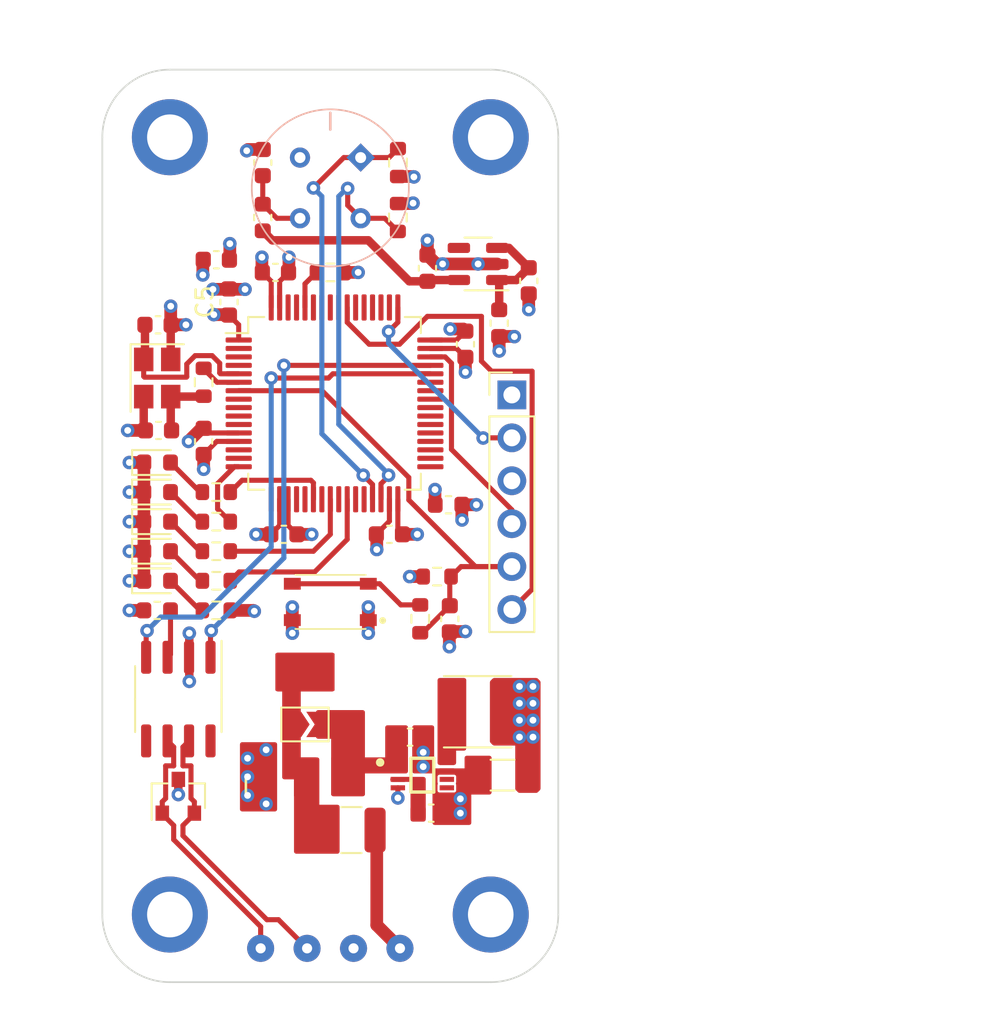
<source format=kicad_pcb>
(kicad_pcb (version 20211014) (generator pcbnew)
  (layers (0 "F.Cu" signal) (1 "In1.Cu" power "GND") (2 "In2.Cu" power "PWR") (31 "B.Cu" signal) (34 "B.Paste" user) (35 "F.Paste" user) (36 "B.SilkS" user "B.Silkscreen") (37 "F.SilkS" user "F.Silkscreen") (38 "B.Mask" user) (39 "F.Mask" user) (44 "Edge.Cuts" user))
  (net 0 "")
  (net 1 "/+3V3_uC")
  (net 2 "GND")
  (net 3 "/OSC IN")
  (net 4 "Net-(C10-Pad1)")
  (net 5 "/NRST")
  (net 6 "/Power Supply 3.3v 2.6v/+24V safe")
  (net 7 "Net-(C13-Pad1)")
  (net 8 "Net-(C14-Pad1)")
  (net 9 "+2V6")
  (net 10 "+3V3")
  (net 11 "Net-(C17-Pad1)")
  (net 12 "Net-(D2-Pad2)")
  (net 13 "Net-(D3-Pad2)")
  (net 14 "Net-(D4-Pad2)")
  (net 15 "Net-(D5-Pad2)")
  (net 16 "Net-(D6-Pad2)")
  (net 17 "+24V")
  (net 18 "Net-(F1-Pad2)")
  (net 19 "Net-(FB4-Pad2)")
  (net 22 "/CAN -")
  (net 23 "/SCL")
  (net 24 "/SDA")
  (net 25 "/SWCLK")
  (net 26 "/SWDIO")
  (net 27 "/SWO")
  (net 28 "/CAN +")
  (net 29 "Net-(IC1-Pad8)")
  (net 30 "Net-(R1-Pad1)")
  (net 31 "/OSC OUT")
  (net 32 "Net-(R3-Pad1)")
  (net 33 "/LED ERR")
  (net 34 "/LED WAR1")
  (net 35 "/LED WAR2")
  (net 36 "/LED OK")
  (net 64 "/CAN RX")
  (net 65 "/CAN TX")
  (footprint "Resistor_SMD:R_0603_1608Metric" (layer "F.Cu") (at 106 90.25 180)
    (fp_text reference "R8")
    (fp_text value "1k5")
  )
  (footprint "MountingHole:MountingHole_2.7mm_M2.5_ISO14580_Pad" (layer "F.Cu") (at 103.25 67.5)
    (fp_text reference "H4")
    (fp_text value "Mounting_Pad")
  )
  (footprint "MountingHole:MountingHole_2.7mm_M2.5_ISO14580_Pad" (layer "F.Cu") (at 103.25 113.5)
    (fp_text reference "H2")
    (fp_text value "Mounting_Pad")
  )
  (footprint "Diode_SMD:D_0603_1608Metric" (layer "F.Cu") (at 102.5 86.75)
    (fp_text reference "D2")
    (fp_text value "RED")
  )
  (footprint "Mosfet:SOT-223-4-NFET" (layer "F.Cu") (at 111.25 102.25)
    (fp_text reference "Q1")
    (fp_text value "FQT3P20TF" hide)
  )
  (footprint "Diode_SMD:D_0603_1608Metric" (layer "F.Cu") (at 102.5 88.5)
    (fp_text reference "D4")
    (fp_text value "YELLOW")
  )
  (footprint "Capacitor_SMD:C_0603_1608Metric" (layer "F.Cu") (at 120.75 79.75 -90)
    (fp_text reference "C4")
    (fp_text value "100n")
  )
  (footprint "Resistor_SMD:R_0603_1608Metric" (layer "F.Cu") (at 106 93.75 180)
    (fp_text reference "R9")
    (fp_text value "1k5")
  )
  (footprint "Package_TO_SOT_SMD:SOT-23-5" (layer "F.Cu") (at 121.5 75 180)
    (fp_text reference "U2")
    (fp_text value "MIC5306-2.6YD5-TR")
  )
  (footprint "Inductor_SMD:L_0603_1608Metric" (layer "F.Cu") (at 108.75 72.25 90)
    (fp_text reference "FB3")
    (fp_text value "60R@100MHz")
  )
  (footprint "Resistor_SMD:R_0603_1608Metric" (layer "F.Cu") (at 106 88.5 180)
    (fp_text reference "R4")
    (fp_text value "1k5")
  )
  (footprint "Inductor_SMD:L_0603_1608Metric" (layer "F.Cu") (at 102.5 95.5)
    (fp_text reference "FB4")
    (fp_text value "60R@100MHz")
  )
  (footprint "BuckSyncLib:SON50P300X200X80-8N" (layer "F.Cu") (at 118.2 105.25)
    (fp_text reference "IC1")
    (fp_text value "MAX15462AATA+" hide)
  )
  (footprint "Jumper:SolderJumper-2_P1.3mm_Open_TrianglePad1.0x1.5mm" (layer "F.Cu") (at 111.25 102.25)
    (fp_text reference "JP1")
    (fp_text value "SolderJumper_2_Open")
  )
  (footprint "Capacitor_SMD:C_0603_1608Metric" (layer "F.Cu") (at 109.5 75.5)
    (fp_text reference "C2")
    (fp_text value "100n")
  )
  (footprint "Capacitor_SMD:C_1206_3216Metric" (layer "F.Cu") (at 122.95 105.25 180)
    (fp_text reference "C16")
    (fp_text value "10u")
  )
  (footprint "Diode_SMD:D_0603_1608Metric" (layer "F.Cu") (at 102.5 90.25)
    (fp_text reference "D3")
    (fp_text value "YELLOW")
  )
  (footprint "Package_SO:SOIC-8_3.9x4.9mm_P1.27mm" (layer "F.Cu") (at 103.75 100.75 -90)
    (fp_text reference "U3")
    (fp_text value "SN65HVD232")
  )
  (footprint "Capacitor_SMD:C_0603_1608Metric" (layer "F.Cu") (at 106 74.75)
    (fp_text reference "C1")
    (fp_text value "4u7")
  )
  (footprint "Connector_PinHeader_2.54mm:PinHeader_1x06_P2.54mm_Vertical" (layer "F.Cu") (at 123.5 82.75)
    (fp_text reference "J1")
    (fp_text value "SWD_01x06")
  )
  (footprint "Capacitor_SMD:C_0603_1608Metric" (layer "F.Cu") (at 108.75 69 90)
    (fp_text reference "C17")
    (fp_text value "100n")
  )
  (footprint "Capacitor_SMD:C_0603_1608Metric" (layer "F.Cu") (at 117.475 103)
    (fp_text reference "C12")
    (fp_text value "1u")
  )
  (footprint "Crystal:Crystal_SMD_SeikoEpson_TSX3225-4Pin_3.2x2.5mm" (layer "F.Cu") (at 102.5 81.75 -90)
    (fp_text reference "Y1")
    (fp_text value "16MGHz")
  )
  (footprint "Inductor_SMD:L_0603_1608Metric" (layer "F.Cu") (at 122.75 78.5 90)
    (fp_text reference "FB2")
    (fp_text value "60R@100MHz")
  )
  (footprint "Diode_SMD:D_0603_1608Metric" (layer "F.Cu") (at 102.5 92)
    (fp_text reference "D5")
    (fp_text value "GREEN")
  )
  (footprint "Capacitor_SMD:C_0603_1608Metric" (layer "F.Cu") (at 118.725 107.5)
    (fp_text reference "C13")
    (fp_text value "1u")
  )
  (footprint "Capacitor_SMD:C_0603_1608Metric" (layer "F.Cu") (at 124.5 76 -90)
    (fp_text reference "C14")
    (fp_text value "100n")
  )
  (footprint "Connector_Wire:SolderWire-0.1sqmm_1x04_P3.6mm_D0.4mm_OD1mm_Relief" (layer "F.Cu") (at 116.875 115.5 180)
    (fp_text reference "J2")
    (fp_text value "CAN_01x04")
  )
  (footprint "Capacitor_SMD:C_0603_1608Metric" (layer "F.Cu") (at 102.575 84.85 180)
    (fp_text reference "C10")
    (fp_text value "8p")
  )
  (footprint "Inductor_SMD:L_Vishay_IFSC-1515AH_4x4x1.8mm" (layer "F.Cu") (at 121.475 101.5)
    (fp_text reference "L1")
    (fp_text value "33μH")
  )
  (footprint "Fuse:Fuse_1210_3225Metric" (layer "F.Cu") (at 114 108.5 180)
    (fp_text reference "F1")
    (fp_text value "200mA")
  )
  (footprint "Resistor_SMD:R_0603_1608Metric" (layer "F.Cu") (at 112.75 75.5)
    (fp_text reference "R1")
    (fp_text value "100k")
  )
  (footprint "Capacitor_SMD:C_0603_1608Metric" (layer "F.Cu") (at 116.25 91 180)
    (fp_text reference "C7")
    (fp_text value "100n")
  )
  (footprint "Button:PTS815SJK250SMTRLFS" (layer "F.Cu") (at 112.75 95 180)
    (fp_text reference "SW1")
    (fp_text value "RESET" hide)
  )
  (footprint "Resistor_SMD:R_0603_1608Metric" (layer "F.Cu") (at 106 95.5 180)
    (fp_text reference "R10")
    (fp_text value "1k5")
  )
  (footprint "Resistor_SMD:R_0603_1608Metric" (layer "F.Cu") (at 105.25 82 -90)
    (fp_text reference "R2")
    (fp_text value "47")
  )
  (footprint "MountingHole:MountingHole_2.7mm_M2.5_ISO14580_Pad" (layer "F.Cu") (at 122.25 67.5)
    (fp_text reference "H3")
    (fp_text value "Mounting_Pad")
  )
  (footprint "Capacitor_SMD:C_0603_1608Metric" (layer "F.Cu") (at 105.25 85.5 90)
    (fp_text reference "C3")
    (fp_text value "100n")
  )
  (footprint "Resistor_SMD:R_0603_1608Metric" (layer "F.Cu") (at 119.075 93.5 180)
    (fp_text reference "R11")
    (fp_text value "10k")
  )
  (footprint "Package_TO_SOT_SMD:SOT-23" (layer "F.Cu") (at 103.75 106.5 90)
    (fp_text reference "D1")
    (fp_text value "PESD2CAN,215")
  )
  (footprint "Diode_SMD:D_0603_1608Metric" (layer "F.Cu") (at 102.5 93.75)
    (fp_text reference "D6")
    (fp_text value "RED")
  )
  (footprint "Package_QFP:LQFP-64_10x10mm_P0.5mm" (layer "F.Cu") (at 113 83.25)
    (fp_text reference "U1")
    (fp_text value "STM32L4P5RET6")
  )
  (footprint "Capacitor_SMD:C_0603_1608Metric" (layer "F.Cu") (at 118.5 75.25 90)
    (fp_text reference "C15")
    (fp_text value "100n")
  )
  (footprint "Resistor_SMD:R_0603_1608Metric" (layer "F.Cu") (at 116.756052 69 90)
    (fp_text reference "R6")
    (fp_text value "4k7")
  )
  (footprint "Resistor_SMD:R_0603_1608Metric" (layer "F.Cu") (at 106 92 180)
    (fp_text reference "R7")
    (fp_text value "1k5")
  )
  (footprint "Capacitor_SMD:C_0603_1608Metric" (layer "F.Cu") (at 106.75 77.25 90)
    (fp_text reference "C5")
    (fp_text value "100n")
  )
  (footprint "MountingHole:MountingHole_2.7mm_M2.5_ISO14580_Pad" (layer "F.Cu") (at 122.25 113.5)
    (fp_text reference "H1")
    (fp_text value "Mounting_Pad")
  )
  (footprint "Capacitor_SMD:C_0603_1608Metric" (layer "F.Cu") (at 119.825 96 -90)
    (fp_text reference "C11")
    (fp_text value "100n")
  )
  (footprint "Capacitor_SMD:C_0603_1608Metric" (layer "F.Cu") (at 102.55 78.6)
    (fp_text reference "C9")
    (fp_text value "8p")
  )
  (footprint "Resistor_SMD:R_0603_1608Metric" (layer "F.Cu") (at 118.075 96 -90)
    (fp_text reference "R3")
    (fp_text value "1k")
  )
  (footprint "Resistor_SMD:R_0603_1608Metric" (layer "F.Cu") (at 116.75 72.25 -90)
    (fp_text reference "R5")
    (fp_text value "4k7")
  )
  (footprint "Capacitor_SMD:C_0603_1608Metric" (layer "F.Cu") (at 110 91 180)
    (fp_text reference "C6")
    (fp_text value "100n")
  )
  (footprint "Inductor_SMD:L_0603_1608Metric" (layer "F.Cu") (at 119.75 89.25 180)
    (fp_text reference "FB1")
    (fp_text value "60R@100MHz")
  )
  (footprint "IRSensor:MLX90621ESFBAB000SP" (layer "B.Cu") (at 114.546052 68.70395 45)
    (fp_text reference "IC2")
    (fp_text value "MLX90621ESF-BAB-000-SP" hide)
  )
  (gr_line (start 112.75 66.05) (end 112.75 67.05) (layer "B.SilkS") (width 0.15))
  (gr_line (start 103.25 117.5) (end 122.25 117.5) (layer "Edge.Cuts") (width 0.1))
  (gr_arc (start 103.25 117.5) (mid 100.421573 116.328427) (end 99.25 113.5) (layer "Edge.Cuts") (width 0.1))
  (gr_arc (start 99.25 67.5) (mid 100.421573 64.671573) (end 103.25 63.5) (layer "Edge.Cuts") (width 0.1))
  (gr_line (start 99.25 67.5) (end 99.25 113.5) (layer "Edge.Cuts") (width 0.1))
  (gr_line (start 126.25 67.5) (end 126.25 113.5) (layer "Edge.Cuts") (width 0.1))
  (gr_arc (start 122.25 63.5) (mid 125.078427 64.671573) (end 126.25 67.5) (layer "Edge.Cuts") (width 0.1))
  (gr_line (start 103.25 63.5) (end 122.25 63.5) (layer "Edge.Cuts") (width 0.1))
  (gr_arc (start 126.25 113.5) (mid 125.078427 116.328427) (end 122.25 117.5) (layer "Edge.Cuts") (width 0.1))
  (segment (start 105.2 74.775) (end 105.225 74.75) (width 0.75) (layer "F.Cu") (net 1))
  (segment (start 116.75 88.925) (end 116.75 90.725) (width 0.3) (layer "F.Cu") (net 1))
  (segment (start 117.9 91) (end 117.025 91) (width 0.75) (layer "F.Cu") (net 1))
  (segment (start 116.75 90.725) (end 117.025 91) (width 0.3) (layer "F.Cu") (net 1))
  (segment (start 105.2 75.65) (end 105.2 74.775) (width 0.75) (layer "F.Cu") (net 1))
  (segment (start 105.25 86.275) (end 106.025 85.5) (width 0.3) (layer "F.Cu") (net 1))
  (segment (start 106.725 78) (end 106.75 78.025) (width 0.75) (layer "F.Cu") (net 1))
  (segment (start 105.85 78) (end 106.725 78) (width 0.75) (layer "F.Cu") (net 1))
  (segment (start 120.225 79.5) (end 120.75 78.975) (width 0.3) (layer "F.Cu") (net 1))
  (segment (start 109.25 77.575) (end 109.25 76.025) (width 0.3) (layer "F.Cu") (net 1))
  (segment (start 118.95 89.2375) (end 118.9625 89.25) (width 0.75) (layer "F.Cu") (net 1))
  (segment (start 118.675 79.5) (end 120.225 79.5) (width 0.3) (layer "F.Cu") (net 1))
  (segment (start 110.25 90.475) (end 110.25 88.925) (width 0.3) (layer "F.Cu") (net 1))
  (segment (start 110.775 91) (end 110.25 90.475) (width 0.3) (layer "F.Cu") (net 1))
  (segment (start 105.25 87.15) (end 105.25 86.275) (width 0.75) (layer "F.Cu") (net 1))
  (segment (start 107.325 79.5) (end 107.325 78.6) (width 0.3) (layer "F.Cu") (net 1))
  (segment (start 107.325 78.6) (end 106.75 78.025) (width 0.3) (layer "F.Cu") (net 1))
  (segment (start 108.7 75.475) (end 108.725 75.5) (width 0.75) (layer "F.Cu") (net 1))
  (segment (start 118.95 88.35) (end 118.95 89.2375) (width 0.75) (layer "F.Cu") (net 1))
  (segment (start 111.65 91) (end 110.775 91) (width 0.75) (layer "F.Cu") (net 1))
  (segment (start 106.025 85.5) (end 107.325 85.5) (width 0.3) (layer "F.Cu") (net 1))
  (segment (start 119.85 78.85) (end 120.625 78.85) (width 0.75) (layer "F.Cu") (net 1))
  (segment (start 120.625 78.85) (end 120.75 78.975) (width 0.75) (layer "F.Cu") (net 1))
  (segment (start 109.25 76.025) (end 108.725 75.5) (width 0.3) (layer "F.Cu") (net 1))
  (segment (start 108.7 74.6) (end 108.7 75.475) (width 0.75) (layer "F.Cu") (net 1))
  (via (at 118.95 88.35) (size 0.8) (drill 0.4) (layers "F.Cu" "B.Cu") (net 1))
  (via (at 105.85 78) (size 0.8) (drill 0.4) (layers "F.Cu" "B.Cu") (net 1))
  (via (at 119.85 78.85) (size 0.8) (drill 0.4) (layers "F.Cu" "B.Cu") (net 1))
  (via (at 111.65 91) (size 0.8) (drill 0.4) (layers "F.Cu" "B.Cu") (net 1))
  (via (at 108.7 74.6) (size 0.8) (drill 0.4) (layers "F.Cu" "B.Cu") (net 1))
  (via (at 105.2 75.65) (size 0.8) (drill 0.4) (layers "F.Cu" "B.Cu") (net 1))
  (via (at 117.9 91) (size 0.8) (drill 0.4) (layers "F.Cu" "B.Cu") (net 1))
  (via (at 105.25 87.15) (size 0.8) (drill 0.4) (layers "F.Cu" "B.Cu") (net 1))
  (segment (start 101.7 84.75) (end 101.8 84.85) (width 0.5) (layer "F.Cu") (net 2))
  (segment (start 107.7 76.5) (end 106.775 76.5) (width 0.75) (layer "F.Cu") (net 2))
  (segment (start 106.725 76.5) (end 106.75 76.475) (width 0.75) (layer "F.Cu") (net 2))
  (segment (start 110.3 74.6) (end 110.3 75.475) (width 0.75) (layer "F.Cu") (net 2))
  (segment (start 100.75 84.85) (end 101.8 84.85) (width 0.75) (layer "F.Cu") (net 2))
  (segment (start 101.7125 90.25) (end 100.85 90.25) (width 0.75) (layer "F.Cu") (net 2))
  (segment (start 103.3 78.625) (end 103.325 78.6) (width 0.5) (layer "F.Cu") (net 2))
  (segment (start 119.8 96.8) (end 119.825 96.775) (width 0.75) (layer "F.Cu") (net 2))
  (segment (start 118.5 73.6) (end 118.5 74.475) (width 0.75) (layer "F.Cu") (net 2))
  (segment (start 107.875 68.225) (end 107.8 68.3) (width 0.75) (layer "F.Cu") (net 2))
  (segment (start 106.8 73.8) (end 106.8 74.725) (width 0.75) (layer "F.Cu") (net 2))
  (segment (start 108.75 68.225) (end 107.875 68.225) (width 0.75) (layer "F.Cu") (net 2))
  (segment (start 101.7125 93.75) (end 100.85 93.75) (width 0.75) (layer "F.Cu") (net 2))
  (segment (start 120.75 96.75) (end 119.85 96.75) (width 0.75) (layer "F.Cu") (net 2))
  (segment (start 104.4 99.7) (end 104.4 98.29) (width 0.5) (layer "F.Cu") (net 2))
  (segment (start 118.675 80) (end 120.225 80) (width 0.3) (layer "F.Cu") (net 2))
  (segment (start 116.25 90.225) (end 116.25 88.925) (width 0.3) (layer "F.Cu") (net 2))
  (segment (start 101.7125 92) (end 100.85 92) (width 0.75) (layer "F.Cu") (net 2))
  (segment (start 104.35 85.5) (end 105.125 84.725) (width 0.75) (layer "F.Cu") (net 2))
  (segment (start 105.8 76.5) (end 106.725 76.5) (width 0.75) (layer "F.Cu") (net 2))
  (segment (start 104.4 98.29) (end 104.385 98.275) (width 0.5) (layer "F.Cu") (net 2))
  (segment (start 105.25 84.725) (end 105.525 85) (width 0.3) (layer "F.Cu") (net 2))
  (segment (start 103.3 78.575) (end 103.325 78.6) (width 0.75) (layer "F.Cu") (net 2))
  (segment (start 105.125 84.725) (end 105.25 84.725) (width 0.75) (layer "F.Cu") (net 2))
  (segment (start 109.225 91) (end 109.75 90.475) (width 0.3) (layer "F.Cu") (net 2))
  (segment (start 124.5 77.7) (end 124.5 76.775) (width 0.75) (layer "F.Cu") (net 2))
  (segment (start 120.75 81.4) (end 120.75 80.525) (width 0.75) (layer "F.Cu") (net 2))
  (segment (start 114.4 75.5) (end 113.575 75.5) (width 0.75) (layer "F.Cu") (net 2))
  (segment (start 101.7125 86.75) (end 101.7125 93.75) (width 0.75) (layer "F.Cu") (net 2))
  (segment (start 110.3 75.475) (end 110.275 75.5) (width 0.75) (layer "F.Cu") (net 2))
  (segment (start 110.5 95.3) (end 110.5 96.075) (width 0.75) (layer "F.Cu") (net 2))
  (segment (start 101.7125 88.5) (end 100.85 88.5) (width 0.75) (layer "F.Cu") (net 2))
  (segment (start 104.2 78.6) (end 103.325 78.6) (width 0.75) (layer "F.Cu") (net 2))
  (segment (start 101.7 82.85) (end 101.7 84.75) (width 0.5) (layer "F.Cu") (net 2))
  (segment (start 115 95.3) (end 115 96.075) (width 0.75) (layer "F.Cu") (net 2))
  (segment (start 108.35 91) (end 109.225 91) (width 0.75) (layer "F.Cu") (net 2))
  (segment (start 103.3 77.5) (end 103.3 78.575) (width 0.75) (layer "F.Cu") (net 2))
  (segment (start 104.4 98.26) (end 104.385 98.275) (width 0.5) (layer "F.Cu") (net 2))
  (segment (start 103.3 80.65) (end 103.3 78.625) (width 0.5) (layer "F.Cu") (net 2))
  (segment (start 103.75 105.5) (end 103.75 106.4) (width 0.5) (layer "F.Cu") (net 2))
  (segment (start 121.5 75) (end 122.6375 75) (width 0.75) (layer "F.Cu") (net 2))
  (segment (start 115 96.85) (end 115 96.075) (width 0.75) (layer "F.Cu") (net 2))
  (segment (start 115.475 91) (end 116.25 90.225) (width 0.3) (layer "F.Cu") (net 2))
  (segment (start 115.5 91.025) (end 115.475 91) (width 0.75) (layer "F.Cu") (net 2))
  (segment (start 106.8 74.725) (end 106.775 74.75) (width 0.75) (layer "F.Cu") (net 2))
  (segment (start 109.75 77.575) (end 109.75 76.025) (width 0.3) (layer "F.Cu") (net 2))
  (segment (start 119.8 97.65) (end 119.8 96.8) (width 0.75) (layer "F.Cu") (net 2))
  (segment (start 106.775 76.5) (end 106.75 76.475) (width 0.75) (layer "F.Cu") (net 2))
  (segment (start 109.75 90.475) (end 109.75 88.925) (width 0.3) (layer "F.Cu") (net 2))
  (segment (start 119.4 75) (end 119.025 75) (width 0.75) (layer "F.Cu") (net 2))
  (segment (start 101.7125 86.75) (end 100.85 86.75) (width 0.75) (layer "F.Cu") (net 2))
  (segment (start 109.75 76.025) (end 110.275 75.5) (width 0.3) (layer "F.Cu") (net 2))
  (segment (start 119.4 75) (end 121.5 75) (width 0.75) (layer "F.Cu") (net 2))
  (segment (start 110.5 96.85) (end 110.5 96.075) (width 0.75) (layer "F.Cu") (net 2))
  (segment (start 115.5 91.9) (end 115.5 91.025) (width 0.75) (layer "F.Cu") (net 2))
  (segment (start 119.85 96.75) (end 119.825 96.775) (width 0.75) (layer "F.Cu") (net 2))
  (segment (start 105.525 85) (end 107.325 85) (width 0.3) (layer "F.Cu") (net 2))
  (segment (start 120.225 80) (end 120.75 80.525) (width 0.3) (layer "F.Cu") (net 2))
  (segment (start 104.4 96.85) (end 104.4 98.26) (width 0.5) (layer "F.Cu") (net 2))
  (segment (start 119.025 75) (end 118.5 74.475) (width 0.75) (layer "F.Cu") (net 2))
  (via (at 114.4 75.5) (size 0.8) (drill 0.4) (layers "F.Cu" "B.Cu") (net 2))
  (via (at 103.75 106.4) (size 0.8) (drill 0.4) (layers "F.Cu" "B.Cu") (net 2))
  (via (at 118.5 73.6) (size 0.8) (drill 0.4) (layers "F.Cu" "B.Cu") (net 2))
  (via (at 100.85 92) (size 0.8) (drill 0.4) (layers "F.Cu" "B.Cu") (net 2))
  (via (at 110.5 95.3) (size 0.8) (drill 0.4) (layers "F.Cu" "B.Cu") (net 2))
  (via (at 108.35 91) (size 0.8) (drill 0.4) (layers "F.Cu" "B.Cu") (net 2))
  (via (at 100.85 93.75) (size 0.8) (drill 0.4) (layers "F.Cu" "B.Cu") (net 2))
  (via (at 107.85 104.25) (size 0.8) (drill 0.4) (layers "F.Cu" "B.Cu") (net 2))
  (via (at 100.75 84.85) (size 0.8) (drill 0.4) (layers "F.Cu" "B.Cu") (net 2))
  (via (at 100.85 88.5) (size 0.8) (drill 0.4) (layers "F.Cu" "B.Cu") (net 2))
  (via (at 118.25 103.9) (size 0.8) (drill 0.4) (layers "F.Cu" "B.Cu") (net 2))
  (via (at 106.8 73.8) (size 0.8) (drill 0.4) (layers "F.Cu" "B.Cu") (net 2))
  (via (at 104.4 99.7) (size 0.8) (drill 0.4) (layers "F.Cu" "B.Cu") (net 2))
  (via (at 110.3 74.6) (size 0.8) (drill 0.4) (layers "F.Cu" "B.Cu") (net 2))
  (via (at 115 96.85) (size 0.8) (drill 0.4) (layers "F.Cu" "B.Cu") (net 2))
  (via (at 120.75 81.4) (size 0.8) (drill 0.4) (layers "F.Cu" "B.Cu") (net 2))
  (via (at 115 95.3) (size 0.8) (drill 0.4) (layers "F.Cu" "B.Cu") (net 2))
  (via (at 104.4 96.85) (size 0.8) (drill 0.4) (layers "F.Cu" "B.Cu") (net 2))
  (via (at 107.8 68.3) (size 0.8) (drill 0.4) (layers "F.Cu" "B.Cu") (net 2))
  (via (at 120.45 106.65) (size 0.8) (drill 0.4) (layers "F.Cu" "B.Cu") (net 2))
  (via (at 100.85 86.75) (size 0.8) (drill 0.4) (layers "F.Cu" "B.Cu") (net 2))
  (via (at 124.5 77.7) (size 0.8) (drill 0.4) (layers "F.Cu" "B.Cu") (net 2))
  (via (at 118.25 104.75) (size 0.8) (drill 0.4) (layers "F.Cu" "B.Cu") (net 2))
  (via (at 100.85 90.25) (size 0.8) (drill 0.4) (layers "F.Cu" "B.Cu") (net 2))
  (via (at 103.3 77.5) (size 0.8) (drill 0.4) (layers "F.Cu" "B.Cu") (net 2))
  (via (at 115.5 91.9) (size 0.8) (drill 0.4) (layers "F.Cu" "B.Cu") (net 2))
  (via (at 104.2 78.6) (size 0.8) (drill 0.4) (layers "F.Cu" "B.Cu") (net 2))
  (via (at 119.4 75) (size 0.8) (drill 0.4) (layers "F.Cu" "B.Cu") (net 2))
  (via (at 108.95 103.75) (size 0.8) (drill 0.4) (layers "F.Cu" "B.Cu") (net 2))
  (via (at 104.35 85.5) (size 0.8) (drill 0.4) (layers "F.Cu" "B.Cu") (net 2))
  (via (at 121.5 75) (size 0.8) (drill 0.4) (layers "F.Cu" "B.Cu") (net 2))
  (via (at 107.7 76.5) (size 0.8) (drill 0.4) (layers "F.Cu" "B.Cu") (net 2))
  (via (at 105.8 76.5) (size 0.8) (drill 0.4) (layers "F.Cu" "B.Cu") (net 2))
  (via (at 107.85 105.35) (size 0.8) (drill 0.4) (layers "F.Cu" "B.Cu") (net 2))
  (via (at 120.45 107.5) (size 0.8) (drill 0.4) (layers "F.Cu" "B.Cu") (net 2))
  (via (at 108.95 106.95) (size 0.8) (drill 0.4) (layers "F.Cu" "B.Cu") (net 2))
  (via (at 110.5 96.85) (size 0.8) (drill 0.4) (layers "F.Cu" "B.Cu") (net 2))
  (via (at 107.85 106.45) (size 0.8) (drill 0.4) (layers "F.Cu" "B.Cu") (net 2))
  (via (at 119.8 97.65) (size 0.8) (drill 0.4) (layers "F.Cu" "B.Cu") (net 2))
  (via (at 120.75 96.75) (size 0.8) (drill 0.4) (layers "F.Cu" "B.Cu") (net 2))
  (segment (start 104.225 81.7) (end 104.25 81.675) (width 0.3) (layer "F.Cu") (net 3))
  (segment (start 106.2 81.45) (end 106.25 81.5) (width 0.3) (layer "F.Cu") (net 3))
  (segment (start 101.7 81.65) (end 101.75 81.7) (width 0.3) (layer "F.Cu") (net 3))
  (segment (start 101.775 78.6) (end 101.775 80.575) (width 0.5) (layer "F.Cu") (net 3))
  (segment (start 106.2 80.872183) (end 106.2 81.45) (width 0.3) (layer "F.Cu") (net 3))
  (segment (start 104.25 81.675) (end 104.25 80.922183) (width 0.3) (layer "F.Cu") (net 3))
  (segment (start 104.747183 80.425) (end 105.752817 80.425) (width 0.3) (layer "F.Cu") (net 3))
  (segment (start 104.25 80.922183) (end 104.747183 80.425) (width 0.3) (layer "F.Cu") (net 3))
  (segment (start 101.7 80.65) (end 101.7 81.65) (width 0.3) (layer "F.Cu") (net 3))
  (segment (start 101.775 80.575) (end 101.7 80.65) (width 0.5) (layer "F.Cu") (net 3))
  (segment (start 106.25 81.5) (end 107.325 81.5) (width 0.3) (layer "F.Cu") (net 3))
  (segment (start 101.75 81.7) (end 104.225 81.7) (width 0.3) (layer "F.Cu") (net 3))
  (segment (start 105.752817 80.425) (end 106.2 80.872183) (width 0.3) (layer "F.Cu") (net 3))
  (segment (start 105.225 82.85) (end 105.25 82.825) (width 0.5) (layer "F.Cu") (net 4))
  (segment (start 103.3 82.85) (end 103.3 84.8) (width 0.5) (layer "F.Cu") (net 4))
  (segment (start 103.3 84.8) (end 103.35 84.85) (width 0.5) (layer "F.Cu") (net 4))
  (segment (start 103.3 82.85) (end 105.225 82.85) (width 0.5) (layer "F.Cu") (net 4))
  (segment (start 118.225 96.825) (end 119.825 95.225) (width 0.3) (layer "F.Cu") (net 5))
  (segment (start 119.9 93.5) (end 120.49 92.91) (width 0.3) (layer "F.Cu") (net 5))
  (segment (start 120.49 92.91) (end 123.5 92.91) (width 0.3) (layer "F.Cu") (net 5))
  (segment (start 119.825 93.575) (end 119.9 93.5) (width 0.3) (layer "F.Cu") (net 5))
  (segment (start 119.825 95.225) (end 119.825 93.575) (width 0.3) (layer "F.Cu") (net 5))
  (segment (start 112.260164 82.5) (end 107.325 82.5) (width 0.3) (layer "F.Cu") (net 5))
  (segment (start 121.343166 92.91) (end 117.4 88.966834) (width 0.3) (layer "F.Cu") (net 5))
  (segment (start 117.4 87.639836) (end 112.260164 82.5) (width 0.3) (layer "F.Cu") (net 5))
  (segment (start 117.4 88.966834) (end 117.4 87.639836) (width 0.3) (layer "F.Cu") (net 5))
  (segment (start 118.075 96.825) (end 118.225 96.825) (width 0.3) (layer "F.Cu") (net 5))
  (segment (start 123.5 92.91) (end 121.343166 92.91) (width 0.3) (layer "F.Cu") (net 5))
  (segment (start 122.75 76.0625) (end 122.6375 75.95) (width 0.5) (layer "F.Cu") (net 8))
  (segment (start 123.775 75.95) (end 122.6375 75.95) (width 0.5) (layer "F.Cu") (net 8))
  (segment (start 124.5 75.225) (end 123.775 75.95) (width 0.5) (layer "F.Cu") (net 8))
  (segment (start 123.325 74.05) (end 122.6375 74.05) (width 0.5) (layer "F.Cu") (net 8))
  (segment (start 124.5 75.225) (end 123.325 74.05) (width 0.5) (layer "F.Cu") (net 8))
  (segment (start 122.75 77.7125) (end 122.75 76.0625) (width 0.5) (layer "F.Cu") (net 8))
  (segment (start 117.425 76.025) (end 115 73.6) (width 0.5) (layer "F.Cu") (net 9))
  (segment (start 109.3125 73.6) (end 108.75 73.0375) (width 0.5) (layer "F.Cu") (net 9))
  (segment (start 120.3625 75.95) (end 118.575 75.95) (width 0.5) (layer "F.Cu") (net 9))
  (segment (start 118.5 76.025) (end 117.425 76.025) (width 0.5) (layer "F.Cu") (net 9))
  (segment (start 118.575 75.95) (end 118.5 76.025) (width 0.5) (layer "F.Cu") (net 9))
  (segment (start 115 73.6) (end 109.3125 73.6) (width 0.5) (layer "F.Cu") (net 9))
  (segment (start 123.6375 79.2875) (end 123.65 79.3) (width 0.75) (layer "F.Cu") (net 10))
  (segment (start 117.625 71.425) (end 117.65 71.4) (width 0.75) (layer "F.Cu") (net 10))
  (segment (start 116.75 106.6) (end 116.75 106) (width 0.3) (layer "F.Cu") (net 10))
  (segment (start 120.5375 90.1375) (end 120.55 90.15) (width 0.75) (layer "F.Cu") (net 10))
  (segment (start 108.2 95.5) (end 106.825 95.5) (width 0.75) (layer "F.Cu") (net 10))
  (segment (start 108.25 95.55) (end 108.2 95.5) (width 0.75) (layer "F.Cu") (net 10))
  (segment (start 100.85 95.5) (end 101.7125 95.5) (width 0.75) (layer "F.Cu") (net 10))
  (segment (start 121.354696 89.25) (end 121.377348 89.272652) (width 0.75) (layer "F.Cu") (net 10))
  (segment (start 120.5375 89.25) (end 121.354696 89.25) (width 0.75) (layer "F.Cu") (net 10))
  (segment (start 122.75 79.2875) (end 122.75 80.15) (width 0.75) (layer "F.Cu") (net 10))
  (segment (start 117.45 93.5) (end 118.25 93.5) (width 0.75) (layer "F.Cu") (net 10))
  (segment (start 120.5375 89.25) (end 120.5375 90.1375) (width 0.75) (layer "F.Cu") (net 10))
  (segment (start 117.675 69.825) (end 117.7 69.85) (width 0.75) (layer "F.Cu") (net 10))
  (segment (start 116.756052 69.825) (end 117.675 69.825) (width 0.75) (layer "F.Cu") (net 10))
  (segment (start 122.75 79.2875) (end 123.6375 79.2875) (width 0.75) (layer "F.Cu") (net 10))
  (segment (start 116.75 71.425) (end 117.625 71.425) (width 0.75) (layer "F.Cu") (net 10))
  (via (at 117.65 71.4) (size 0.8) (drill 0.4) (layers "F.Cu" "B.Cu") (net 10))
  (via (at 123.95 103) (size 0.8) (drill 0.4) (layers "F.Cu" "B.Cu") (net 10))
  (via (at 123.95 101) (size 0.8) (drill 0.4) (layers "F.Cu" "B.Cu") (net 10))
  (via (at 117.7 69.85) (size 0.8) (drill 0.4) (layers "F.Cu" "B.Cu") (net 10))
  (via (at 116.75 106.6) (size 0.8) (drill 0.4) (layers "F.Cu" "B.Cu") (net 10))
  (via (at 122.75 80.15) (size 0.8) (drill 0.4) (layers "F.Cu" "B.Cu") (net 10))
  (via (at 121.4 89.25) (size 0.8) (drill 0.4) (layers "F.Cu" "B.Cu") (net 10))
  (via (at 100.85 95.5) (size 0.8) (drill 0.4) (layers "F.Cu" "B.Cu") (net 10))
  (via (at 108.25 95.55) (size 0.8) (drill 0.4) (layers "F.Cu" "B.Cu") (net 10))
  (via (at 123.95 102) (size 0.8) (drill 0.4) (layers "F.Cu" "B.Cu") (net 10))
  (via (at 124.75 103) (size 0.8) (drill 0.4) (layers "F.Cu" "B.Cu") (net 10))
  (via (at 117.45 93.5) (size 0.8) (drill 0.4) (layers "F.Cu" "B.Cu") (net 10))
  (via (at 123.65 79.3) (size 0.8) (drill 0.4) (layers "F.Cu" "B.Cu") (net 10))
  (via (at 120.55 90.15) (size 0.8) (drill 0.4) (layers "F.Cu" "B.Cu") (net 10))
  (via (at 124.75 102) (size 0.8) (drill 0.4) (layers "F.Cu" "B.Cu") (net 10))
  (via (at 123.95 100) (size 0.8) (drill 0.4) (layers "F.Cu" "B.Cu") (net 10))
  (via (at 124.75 100) (size 0.8) (drill 0.4) (layers "F.Cu" "B.Cu") (net 10))
  (via (at 124.75 101) (size 0.8) (drill 0.4) (layers "F.Cu" "B.Cu") (net 10))
  (segment (start 108.75 69.775) (end 108.75 71.4625) (width 0.3) (layer "F.Cu") (net 11))
  (segment (start 109.583552 72.296052) (end 108.75 71.4625) (width 0.3) (layer "F.Cu") (net 11))
  (segment (start 110.95395 72.296052) (end 109.583552 72.296052) (width 0.3) (layer "F.Cu") (net 11))
  (segment (start 105.175 88.5) (end 105.0375 88.5) (width 0.3) (layer "F.Cu") (net 12))
  (segment (start 105.0375 88.5) (end 103.2875 86.75) (width 0.3) (layer "F.Cu") (net 12))
  (segment (start 105.0375 92) (end 103.2875 90.25) (width 0.3) (layer "F.Cu") (net 13))
  (segment (start 105.175 92) (end 105.0375 92) (width 0.3) (layer "F.Cu") (net 13))
  (segment (start 105.0375 90.25) (end 103.2875 88.5) (width 0.3) (layer "F.Cu") (net 14))
  (segment (start 105.175 90.25) (end 105.0375 90.25) (width 0.3) (layer "F.Cu") (net 14))
  (segment (start 105.175 93.75) (end 105.0375 93.75) (width 0.3) (layer "F.Cu") (net 15))
  (segment (start 105.0375 93.75) (end 103.2875 92) (width 0.3) (layer "F.Cu") (net 15))
  (segment (start 105.0375 95.5) (end 103.2875 93.75) (width 0.3) (layer "F.Cu") (net 16))
  (segment (start 105.175 95.5) (end 105.0375 95.5) (width 0.3) (layer "F.Cu") (net 16))
  (segment (start 115.5 114.125) (end 116.875 115.5) (width 0.75) (layer "F.Cu") (net 17))
  (segment (start 115.4 108.5) (end 115.5 108.6) (width 0.75) (layer "F.Cu") (net 17))
  (segment (start 115.5 108.6) (end 115.5 114.125) (width 0.75) (layer "F.Cu") (net 17))
  (segment (start 103.2875 95.5) (end 103.2875 98.1025) (width 0.3) (layer "F.Cu") (net 19))
  (segment (start 103.2875 98.1025) (end 103.115 98.275) (width 0.3) (layer "F.Cu") (net 19))
  (segment (start 103.115 103.225) (end 103.475 103.585) (width 0.3) (layer "F.Cu") (net 22))
  (segment (start 103.475 103.585) (end 103.475 104.7) (width 0.3) (layer "F.Cu") (net 22))
  (segment (start 102.8 107.55) (end 103.475 108.225) (width 0.3) (layer "F.Cu") (net 22))
  (segment (start 103.475 104.7) (end 103 104.7) (width 0.3) (layer "F.Cu") (net 22))
  (segment (start 108.625 114.21391) (end 108.625 115.5) (width 0.3) (layer "F.Cu") (net 22))
  (segment (start 103.475 108.225) (end 103.475 109.06391) (width 0.3) (layer "F.Cu") (net 22))
  (segment (start 103.475 109.06391) (end 108.625 114.21391) (width 0.3) (layer "F.Cu") (net 22))
  (segment (start 102.8 106.824999) (end 102.8 107.5) (width 0.3) (layer "F.Cu") (net 22))
  (segment (start 103 104.7) (end 103 106.624999) (width 0.3) (layer "F.Cu") (net 22))
  (segment (start 103 106.624999) (end 102.8 106.824999) (width 0.3) (layer "F.Cu") (net 22))
  (segment (start 102.8 107.5) (end 102.8 107.55) (width 0.3) (layer "F.Cu") (net 22))
  (segment (start 115.25 88.048959) (end 115.25 88.925) (width 0.3) (layer "F.Cu") (net 23))
  (segment (start 116.227102 68.70395) (end 116.756052 68.175) (width 0.3) (layer "F.Cu") (net 23))
  (segment (start 114.701041 87.5) (end 115.25 88.048959) (width 0.3) (layer "F.Cu") (net 23))
  (segment (start 114.7 87.5) (end 114.701041 87.5) (width 0.3) (layer "F.Cu") (net 23))
  (segment (start 114.546052 68.70395) (end 116.227102 68.70395) (width 0.3) (layer "F.Cu") (net 23))
  (segment (start 113.54605 68.70395) (end 111.75 70.5) (width 0.3) (layer "F.Cu") (net 23))
  (segment (start 114.546052 68.70395) (end 113.54605 68.70395) (width 0.3) (layer "F.Cu") (net 23))
  (via (at 111.75 70.5) (size 0.8) (drill 0.4) (layers "F.Cu" "B.Cu") (net 23))
  (via (at 114.7 87.5) (size 0.8) (drill 0.4) (layers "F.Cu" "B.Cu") (net 23))
  (segment (start 112.25 85.05) (end 114.7 87.5) (width 0.3) (layer "B.Cu") (net 23))
  (segment (start 111.75 70.5) (end 112.25 71) (width 0.3) (layer "B.Cu") (net 23))
  (segment (start 112.25 71) (end 112.25 85.05) (width 0.3) (layer "B.Cu") (net 23))
  (segment (start 116.199503 87.5) (end 116.199503 87.561158) (width 0.3) (layer "F.Cu") (net 24))
  (segment (start 113.779978 71.529978) (end 114.546052 72.296052) (width 0.3) (layer "F.Cu") (net 24))
  (segment (start 113.779978 70.529978) (end 113.779978 71.529978) (width 0.3) (layer "F.Cu") (net 24))
  (segment (start 114.546052 72.296052) (end 115.971052 72.296052) (width 0.3) (layer "F.Cu") (net 24))
  (segment (start 115.75 88.010661) (end 115.75 88.925) (width 0.3) (layer "F.Cu") (net 24))
  (segment (start 115.971052 72.296052) (end 116.75 73.075) (width 0.3) (layer "F.Cu") (net 24))
  (segment (start 116.199503 87.561158) (end 115.75 88.010661) (width 0.3) (layer "F.Cu") (net 24))
  (via (at 113.779978 70.529978) (size 0.8) (drill 0.4) (layers "F.Cu" "B.Cu") (net 24))
  (via (at 116.199503 87.5) (size 0.8) (drill 0.4) (layers "F.Cu" "B.Cu") (net 24))
  (segment (start 113.25 71) (end 113.25 84.489339) (width 0.3) (layer "B.Cu") (net 24))
  (segment (start 116.199503 87.438842) (end 116.199503 87.5) (width 0.3) (layer "B.Cu") (net 24))
  (segment (start 113.720022 70.529978) (end 113.25 71) (width 0.3) (layer "B.Cu") (net 24))
  (segment (start 113.779978 70.529978) (end 113.720022 70.529978) (width 0.3) (layer "B.Cu") (net 24))
  (segment (start 113.25 84.489339) (end 116.199503 87.438842) (width 0.3) (layer "B.Cu") (net 24))
  (segment (start 116.2 79) (end 116.201041 79) (width 0.3) (layer "F.Cu") (net 25))
  (segment (start 123.5 85.29) (end 121.81 85.29) (width 0.3) (layer "F.Cu") (net 25))
  (segment (start 116.201041 79) (end 116.75 78.451041) (width 0.3) (layer "F.Cu") (net 25))
  (segment (start 116.75 78.451041) (end 116.75 77.575) (width 0.3) (layer "F.Cu") (net 25))
  (segment (start 121.81 85.29) (end 121.8 85.3) (width 0.3) (layer "F.Cu") (net 25))
  (via (at 121.8 85.3) (size 0.8) (drill 0.4) (layers "F.Cu" "B.Cu") (net 25))
  (via (at 116.2 79) (size 0.8) (drill 0.4) (layers "F.Cu" "B.Cu") (net 25))
  (segment (start 116.2 79.7) (end 116.2 79) (width 0.3) (layer "B.Cu") (net 25))
  (segment (start 121.8 85.3) (end 116.2 79.7) (width 0.3) (layer "B.Cu") (net 25))
  (segment (start 119.925 80.873959) (end 119.551041 80.5) (width 0.3) (layer "F.Cu") (net 26))
  (segment (start 123.5 90.37) (end 123.5 89.55) (width 0.3) (layer "F.Cu") (net 26))
  (segment (start 119.925 85.975) (end 119.925 80.873959) (width 0.3) (layer "F.Cu") (net 26))
  (segment (start 119.551041 80.5) (end 118.675 80.5) (width 0.3) (layer "F.Cu") (net 26))
  (segment (start 123.5 89.55) (end 119.925 85.975) (width 0.3) (layer "F.Cu") (net 26))
  (segment (start 118.5 78.1) (end 116.85 79.75) (width 0.3) (layer "F.Cu") (net 27))
  (segment (start 116.85 79.75) (end 115.048959 79.75) (width 0.3) (layer "F.Cu") (net 27))
  (segment (start 124.7 94.25) (end 124.7 81.347845) (width 0.3) (layer "F.Cu") (net 27))
  (segment (start 113.75 78.451041) (end 113.75 77.575) (width 0.3) (layer "F.Cu") (net 27))
  (segment (start 115.048959 79.75) (end 113.75 78.451041) (width 0.3) (layer "F.Cu") (net 27))
  (segment (start 124.7 81.347845) (end 122.297845 81.347845) (width 0.3) (layer "F.Cu") (net 27))
  (segment (start 122.297845 81.347845) (end 121.7 80.75) (width 0.3) (layer "F.Cu") (net 27))
  (segment (start 121.7 78.1) (end 118.5 78.1) (width 0.3) (layer "F.Cu") (net 27))
  (segment (start 121.7 80.75) (end 121.7 78.1) (width 0.3) (layer "F.Cu") (net 27))
  (segment (start 123.5 95.45) (end 124.7 94.25) (width 0.3) (layer "F.Cu") (net 27))
  (segment (start 104.5 106.624999) (end 104.7 106.824999) (width 0.3) (layer "F.Cu") (net 28))
  (segment (start 104.025 104.7) (end 104.5 104.7) (width 0.3) (layer "F.Cu") (net 28))
  (segment (start 104.025 103.585) (end 104.025 104.7) (width 0.3) (layer "F.Cu") (net 28))
  (segment (start 108.994455 113.805545) (end 109.680545 113.805545) (width 0.3) (layer "F.Cu") (net 28))
  (segment (start 104.7 107.5) (end 104.7 107.55) (width 0.3) (layer "F.Cu") (net 28))
  (segment (start 104.7 107.55) (end 104.025 108.225) (width 0.3) (layer "F.Cu") (net 28))
  (segment (start 104.025 108.83609) (end 108.994455 113.805545) (width 0.3) (layer "F.Cu") (net 28))
  (segment (start 104.5 104.7) (end 104.5 106.624999) (width 0.3) (layer "F.Cu") (net 28))
  (segment (start 104.7 106.824999) (end 104.7 107.5) (width 0.3) (layer "F.Cu") (net 28))
  (segment (start 104.385 103.225) (end 104.025 103.585) (width 0.3) (layer "F.Cu") (net 28))
  (segment (start 109.680545 113.805545) (end 111.375 115.5) (width 0.3) (layer "F.Cu") (net 28))
  (segment (start 104.025 108.225) (end 104.025 108.83609) (width 0.3) (layer "F.Cu") (net 28))
  (segment (start 111.25 77.575) (end 111.25 76.175) (width 0.3) (layer "F.Cu") (net 30))
  (segment (start 111.25 76.175) (end 111.925 75.5) (width 0.3) (layer "F.Cu") (net 30))
  (segment (start 105.25 81.207106) (end 106.042894 82) (width 0.3) (layer "F.Cu") (net 31))
  (segment (start 105.25 81.175) (end 105.25 81.207106) (width 0.3) (layer "F.Cu") (net 31))
  (segment (start 106.042894 82) (end 107.325 82) (width 0.3) (layer "F.Cu") (net 31))
  (segment (start 110.5 93.925) (end 115 93.925) (width 0.3) (layer "F.Cu") (net 32))
  (segment (start 116.925 95.175) (end 118.075 95.175) (width 0.3) (layer "F.Cu") (net 32))
  (segment (start 115.675 93.925) (end 116.925 95.175) (width 0.3) (layer "F.Cu") (net 32))
  (segment (start 115 93.925) (end 115.675 93.925) (width 0.3) (layer "F.Cu") (net 32))
  (segment (start 111.6 87.8) (end 111.75 87.95) (width 0.3) (layer "F.Cu") (net 33))
  (segment (start 111.75 87.95) (end 111.75 88.925) (width 0.3) (layer "F.Cu") (net 33))
  (segment (start 107.525 87.8) (end 111.6 87.8) (width 0.3) (layer "F.Cu") (net 33))
  (segment (start 106.825 88.5) (end 107.525 87.8) (width 0.3) (layer "F.Cu") (net 33))
  (segment (start 112.75 91) (end 112.75 88.925) (width 0.3) (layer "F.Cu") (net 34))
  (segment (start 106.825 92) (end 111.75 92) (width 0.3) (layer "F.Cu") (net 34))
  (segment (start 111.75 92) (end 112.75 91) (width 0.3) (layer "F.Cu") (net 34))
  (segment (start 106.825 90.25) (end 106.075 89.5) (width 0.3) (layer "F.Cu") (net 35))
  (segment (start 106.075 87.997183) (end 107.072183 87) (width 0.3) (layer "F.Cu") (net 35))
  (segment (start 106.075 89.5) (end 106.075 87.997183) (width 0.3) (layer "F.Cu") (net 35))
  (segment (start 107.072183 87) (end 107.325 87) (width 0.3) (layer "F.Cu") (net 35))
  (segment (start 106.825 93.75) (end 107.35 93.225) (width 0.3) (layer "F.Cu") (net 36))
  (segment (start 107.35 93.225) (end 111.825 93.225) (width 0.3) (layer "F.Cu") (net 36))
  (segment (start 113.75 91.3) (end 113.75 88.925) (width 0.3) (layer "F.Cu") (net 36))
  (segment (start 111.825 93.225) (end 113.75 91.3) (width 0.3) (layer "F.Cu") (net 36))
  (segment (start 112.9 81.5) (end 118.675 81.5) (width 0.3) (layer "F.Cu") (net 64))
  (segment (start 112.65 81.75) (end 112.9 81.5) (width 0.3) (layer "F.Cu") (net 64))
  (segment (start 101.845 96.755) (end 101.9 96.7) (width 0.3) (layer "F.Cu") (net 64))
  (segment (start 109.25 81.75) (end 112.65 81.75) (width 0.3) (layer "F.Cu") (net 64))
  (segment (start 101.845 98.275) (end 101.845 96.755) (width 0.3) (layer "F.Cu") (net 64))
  (via (at 109.25 81.75) (size 0.8) (drill 0.4) (layers "F.Cu" "B.Cu") (net 64))
  (via (at 101.9 96.7) (size 0.8) (drill 0.4) (layers "F.Cu" "B.Cu") (net 64))
  (segment (start 109.25 81.75) (end 109.25 91.75) (width 0.3) (layer "B.Cu") (net 64))
  (segment (start 109.25 91.75) (end 105.103553 95.896447) (width 0.3) (layer "B.Cu") (net 64))
  (segment (start 102.703553 95.896447) (end 101.9 96.7) (width 0.3) (layer "B.Cu") (net 64))
  (segment (start 105.103553 95.896447) (end 102.703553 95.896447) (width 0.3) (layer "B.Cu") (net 64))
  (segment (start 110 81.0005) (end 110.0005 81) (width 0.3) (layer "F.Cu") (net 65))
  (segment (start 105.655 98.275) (end 105.655 96.745) (width 0.3) (layer "F.Cu") (net 65))
  (segment (start 110.0005 81) (end 118.675 81) (width 0.3) (layer "F.Cu") (net 65))
  (segment (start 105.655 96.745) (end 105.7 96.7) (width 0.3) (layer "F.Cu") (net 65))
  (via (at 110 81.0005) (size 0.8) (drill 0.4) (layers "F.Cu" "B.Cu") (net 65))
  (via (at 105.7 96.7) (size 0.8) (drill 0.4) (layers "F.Cu" "B.Cu") (net 65))
  (segment (start 110 92.4) (end 105.7 96.7) (width 0.3) (layer "B.Cu") (net 65))
  (segment (start 110 81.0005) (end 110 92.4) (width 0.3) (layer "B.Cu") (net 65))
  (zone (net 2) (net_name "GND") (layer "F.Cu") (connect_pads yes (clearance 0)) (min_thickness 0.254) (fill yes (thermal_gap 0.508) (thermal_bridge_width 0.508))
    (polygon (pts (xy 109.6 107.4) (xy 107.4 107.4) (xy 107.4 103.3) (xy 109.6 103.3)))
  )
  (zone (net 6) (net_name "/Power Supply 3.3v 2.6v/+24V safe") (layer "F.Cu") (connect_pads yes (clearance 0)) (min_thickness 0.254) (fill yes (thermal_gap 0) (thermal_bridge_width 0.3))
    (polygon (pts (xy 117.35 105.15) (xy 114.8 105.15) (xy 114.8 106.5) (xy 112.8 106.5) (xy 112.8 104.2) (xy 116 104.2) (xy 116 102.3) (xy 117.35 102.3)))
  )
  (zone (net 29) (net_name "Net-(IC1-Pad8)") (layer "F.Cu") (connect_pads yes (clearance 0)) (min_thickness 0.254) (fill yes (thermal_gap 0) (thermal_bridge_width 0.3))
    (polygon (pts (xy 120.8 103.8) (xy 120.2 103.8) (xy 120.2 104.65) (xy 119.1 104.65) (xy 119.1 99.5) (xy 120.8 99.5)))
  )
  (zone (net 10) (net_name "+3V3") (layer "F.Cu") (connect_pads yes (clearance 0)) (min_thickness 0.254) (fill yes (thermal_gap 0) (thermal_bridge_width 0.3) (smoothing chamfer) (radius 0.2))
    (polygon (pts (xy 125.2 106.3) (xy 123.7 106.3) (xy 123.7 103.5) (xy 122.2 103.5) (xy 122.2 99.5) (xy 125.2 99.5)))
  )
  (zone (net 7) (net_name "Net-(C13-Pad1)") (layer "F.Cu") (connect_pads yes (clearance 0)) (min_thickness 0.254) (fill yes (thermal_gap 0) (thermal_bridge_width 0.3))
    (polygon (pts (xy 118.4 108) (xy 117.5 108) (xy 117.5 105.65) (xy 116.3 105.65) (xy 116.3 105.35) (xy 118.4 105.35)))
  )
  (zone (net 2) (net_name "GND") (layer "F.Cu") (connect_pads yes (clearance 0)) (min_thickness 0.254) (fill yes (thermal_gap 0) (thermal_bridge_width 0.3))
    (polygon (pts (xy 118.9 104.85) (xy 120.7 104.85) (xy 120.7 104.1) (xy 122.3 104.1) (xy 122.3 106.4) (xy 121.1 106.4) (xy 121.1 108.2) (xy 118.8 108.2) (xy 118.8 105.15) (xy 117.6 105.15) (xy 117.6 102.3) (xy 118.9 102.3)))
  )
  (zone (net 18) (net_name "Net-(F1-Pad2)") (layer "F.Cu") (connect_pads yes (clearance 0)) (min_thickness 0.254) (fill yes (thermal_gap 0) (thermal_bridge_width 0.3))
    (polygon (pts (xy 113 100.3) (xy 111 100.3) (xy 111 104.2) (xy 111.9 104.2) (xy 111.9 106.5) (xy 110.6 106.5) (xy 110.6 105.5) (xy 109.9 105.5) (xy 109.9 100.3) (xy 109.5 100.3) (xy 109.5 98) (xy 113 98)))
  )
  (zone (net 18) (net_name "Net-(F1-Pad2)") (layer "F.Cu") (connect_pads yes (clearance 0)) (min_thickness 0.254) (fill yes (thermal_gap 0) (thermal_bridge_width 0.3))
    (polygon (pts (xy 112.1 107) (xy 113.3 107) (xy 113.3 109.9) (xy 110.6 109.9) (xy 110.6 104.2) (xy 112.1 104.2)))
  )
  (zone (net 6) (net_name "/Power Supply 3.3v 2.6v/+24V safe") (layer "F.Cu") (connect_pads yes (clearance 0)) (min_thickness 0.254) (fill yes (thermal_gap 0) (thermal_bridge_width 0.3))
    (polygon (pts (xy 114.8 106.5) (xy 112.8 106.5) (xy 112.8 103.1) (xy 111.9 103.1) (xy 111.9 101.4) (xy 114.8 101.4)))
  )
)
</source>
